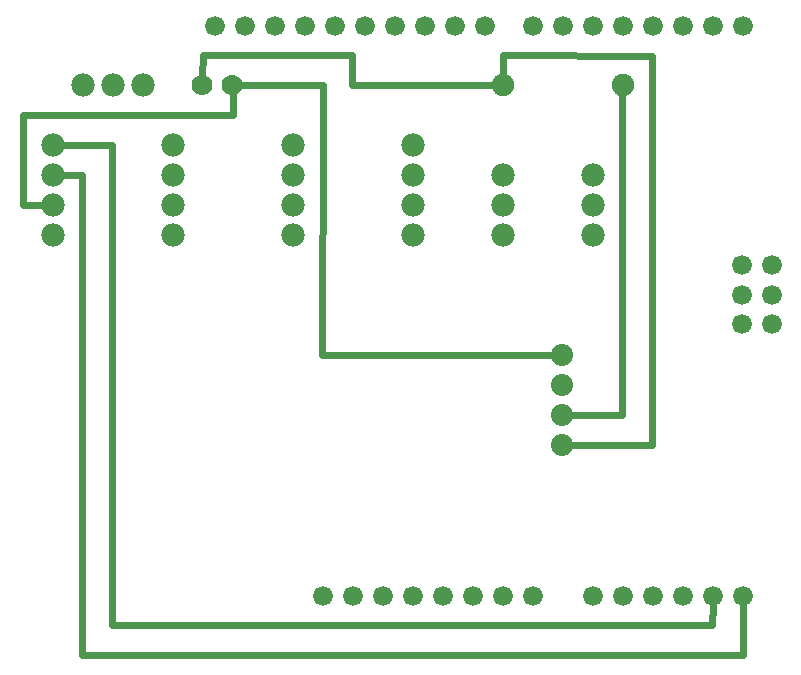
<source format=gbl>
G04 MADE WITH FRITZING*
G04 WWW.FRITZING.ORG*
G04 DOUBLE SIDED*
G04 HOLES PLATED*
G04 CONTOUR ON CENTER OF CONTOUR VECTOR*
%ASAXBY*%
%FSLAX23Y23*%
%MOIN*%
%OFA0B0*%
%SFA1.0B1.0*%
%ADD10C,0.066111*%
%ADD11C,0.066139*%
%ADD12C,0.066083*%
%ADD13C,0.073889*%
%ADD14C,0.075000*%
%ADD15C,0.070000*%
%ADD16C,0.078000*%
%ADD17C,0.024000*%
%LNCOPPER0*%
G90*
G70*
G54D10*
X2191Y331D03*
X2291Y331D03*
X2391Y331D03*
X2491Y331D03*
X2591Y331D03*
X1731Y2231D03*
X1631Y2231D03*
X1531Y2231D03*
X1431Y2231D03*
X1331Y2231D03*
X1231Y2231D03*
X1131Y2231D03*
X1031Y2231D03*
X931Y2231D03*
X831Y2231D03*
X2591Y2231D03*
X2491Y2231D03*
X2391Y2231D03*
G54D11*
X2291Y2231D03*
G54D10*
X2191Y2231D03*
X2091Y2231D03*
X1991Y2231D03*
X1891Y2231D03*
X1291Y331D03*
G54D12*
X1191Y331D03*
X1391Y331D03*
G54D10*
X1491Y331D03*
X1591Y331D03*
X1691Y331D03*
X1791Y331D03*
X1891Y331D03*
X2091Y331D03*
X2690Y1434D03*
G54D11*
X2590Y1434D03*
G54D10*
X2690Y1335D03*
G54D11*
X2590Y1335D03*
X2690Y1236D03*
X2590Y1236D03*
G54D13*
X1990Y1133D03*
X1990Y1033D03*
X1990Y933D03*
X1990Y833D03*
G54D14*
X1791Y2034D03*
X2191Y2034D03*
G54D15*
X790Y2034D03*
X890Y2034D03*
G54D16*
X2091Y1534D03*
X2091Y1634D03*
X2091Y1734D03*
X1791Y1534D03*
X1791Y1634D03*
X1791Y1734D03*
X1091Y1534D03*
X1091Y1634D03*
X1091Y1734D03*
X1091Y1834D03*
X691Y1534D03*
X691Y1634D03*
X691Y1734D03*
X691Y1834D03*
X291Y1534D03*
X291Y1634D03*
X291Y1734D03*
X291Y1834D03*
X1491Y1534D03*
X1491Y1634D03*
X1491Y1734D03*
X1491Y1834D03*
X391Y2034D03*
X491Y2034D03*
X591Y2034D03*
G54D17*
X791Y2133D02*
X790Y2060D01*
D02*
X1290Y2034D02*
X1290Y2135D01*
D02*
X1690Y2034D02*
X1290Y2034D01*
D02*
X1290Y2135D02*
X791Y2133D01*
D02*
X1762Y2034D02*
X1690Y2034D01*
D02*
X261Y1634D02*
X191Y1634D01*
D02*
X891Y1935D02*
X891Y2008D01*
D02*
X791Y1935D02*
X891Y1935D01*
D02*
X191Y1935D02*
X791Y1935D01*
D02*
X191Y1634D02*
X191Y1935D01*
D02*
X390Y133D02*
X389Y1734D01*
D02*
X2591Y133D02*
X390Y133D01*
D02*
X389Y1734D02*
X321Y1734D01*
D02*
X2591Y301D02*
X2591Y133D01*
D02*
X2490Y235D02*
X489Y235D01*
D02*
X489Y235D02*
X489Y1835D01*
D02*
X489Y1835D02*
X321Y1834D01*
D02*
X2491Y301D02*
X2490Y235D01*
D02*
X2190Y933D02*
X2190Y2032D01*
D02*
X2190Y2032D02*
X2181Y2007D01*
D02*
X2024Y933D02*
X2190Y933D01*
D02*
X2290Y2132D02*
X1791Y2135D01*
D02*
X2290Y1432D02*
X2290Y2132D01*
D02*
X1791Y2135D02*
X1791Y2063D01*
D02*
X2290Y833D02*
X2290Y1432D01*
D02*
X2024Y833D02*
X2290Y833D01*
D02*
X1189Y1134D02*
X1956Y1133D01*
D02*
X1191Y1935D02*
X1189Y1134D01*
D02*
X1191Y2034D02*
X1191Y1935D01*
D02*
X916Y2034D02*
X1191Y2034D01*
G04 End of Copper0*
M02*
</source>
